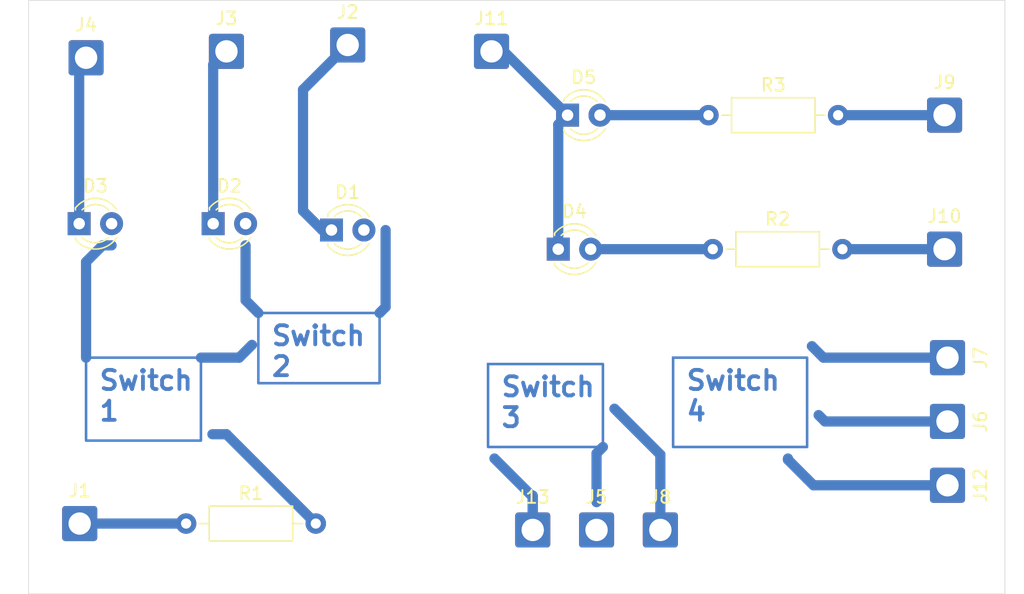
<source format=kicad_pcb>
(kicad_pcb (version 20241229) (generator "pcbnew") (generator_version "9.0")
  (layers (0 "F.Cu" signal) (2 "B.Cu" signal) (13 "F.Paste" user) (15 "B.Paste" user) (5 "F.SilkS" user "F.Silkscreen") (7 "B.SilkS" user "B.Silkscreen") (1 "F.Mask" user) (3 "B.Mask" user) (25 "Edge.Cuts" user))
  (net 0 "")
  (net 1 "Net-(D1-K)")
  (net 2 "Net-(D1-A)")
  (net 3 "Net-(D2-A)")
  (net 4 "Net-(D2-K)")
  (net 5 "Net-(D3-K)")
  (net 6 "Net-(D3-A)")
  (net 7 "Net-(D4-A)")
  (net 8 "Net-(D4-K)")
  (net 9 "Net-(D5-A)")
  (net 10 "Net-(J1-Pin_1)")
  (net 11 "Net-(J5-Pin_1)")
  (net 12 "Net-(J6-Pin_1)")
  (net 13 "Net-(J7-Pin_1)")
  (net 14 "Net-(J8-Pin_1)")
  (net 15 "Net-(J9-Pin_1)")
  (net 16 "Net-(J10-Pin_1)")
  (net 17 "Net-(SW1-B)")
  (net 18 "Net-(J12-Pin_1)")
  (net 19 "Net-(J13-Pin_1)")
  (footprint "Connector_Wire:SolderWire-1sqmm_1x01_D1.4mm_OD2.7mm" (layer "F.Cu") (at 154.27 70.5)
    (property "Reference" "J10" (at 0 -2.58 0) (layer "F.SilkS"))
    (property "Value" "Conn_01x01_Pin")
    (pad "1" thru_hole roundrect (at 0 0) (size 2.75 2.75) (drill 1.75) (layers "*.Cu" "*.Mask") (roundrect_rratio 0.090909) (net 16 "Net-(J10-Pin_1)"))
  )
  (footprint "Connector_Wire:SolderWire-1sqmm_1x01_D1.4mm_OD2.7mm" (layer "F.Cu") (at 154.5 89 -90)
    (property "Reference" "J12" (at 0 -2.58 90) (layer "F.SilkS"))
    (property "Value" "Conn_01x01_Pin")
    (pad "1" thru_hole roundrect (at 0 0 270) (size 2.75 2.75) (drill 1.75) (layers "*.Cu" "*.Mask") (roundrect_rratio 0.090909) (net 18 "Net-(J12-Pin_1)"))
  )
  (footprint "Connector_Wire:SolderWire-1sqmm_1x01_D1.4mm_OD2.7mm" (layer "F.Cu") (at 154.5 79 -90)
    (property "Reference" "J7" (at 0 -2.58 90) (layer "F.SilkS"))
    (property "Value" "Conn_01x01_Pin")
    (pad "1" thru_hole roundrect (at 0 0 270) (size 2.75 2.75) (drill 1.75) (layers "*.Cu" "*.Mask") (roundrect_rratio 0.090909) (net 13 "Net-(J7-Pin_1)"))
  )
  (footprint "LED_THT:LED_D3.0mm" (layer "F.Cu") (at 106.23 69)
    (property "Reference" "D1" (at 1.27 -2.96 0) (layer "F.SilkS"))
    (property "Value" "LED")
    (fp_line (start -0.29 -1.236) (end -0.29 -1.08) (stroke (width 0.12)) (layer "F.SilkS"))
    (fp_line (start -0.29 1.08) (end -0.29 1.236) (stroke (width 0.12)) (layer "F.SilkS"))
    (fp_arc (start -0.29 -1.235516) (mid 1.36566 -1.987699) (end 2.941437 -1.08) (stroke (width 0.12)) (layer "F.SilkS"))
    (fp_arc (start 0.229039 -1.08) (mid 1.27 -1.5) (end 2.310961 -1.08) (stroke (width 0.12)) (layer "F.SilkS"))
    (fp_arc (start 2.310961 1.08) (mid 1.27 1.5) (end 0.229039 1.08) (stroke (width 0.12)) (layer "F.SilkS"))
    (fp_arc (start 2.941437 1.08) (mid 1.36566 1.987699) (end -0.29 1.235516) (stroke (width 0.12)) (layer "F.SilkS"))
    (pad "1" thru_hole rect (at 0 0) (size 1.8 1.8) (drill 0.9) (layers "*.Cu" "*.Mask") (net 1 "Net-(D1-K)"))
    (pad "2" thru_hole circle (at 2.54 0) (size 1.8 1.8) (drill 0.9) (layers "*.Cu" "*.Mask") (net 2 "Net-(D1-A)"))
  )
  (footprint "LED_THT:LED_D3.0mm" (layer "F.Cu") (at 124 70.5)
    (property "Reference" "D4" (at 1.27 -2.96 0) (layer "F.SilkS"))
    (property "Value" "LED")
    (fp_line (start -0.29 -1.236) (end -0.29 -1.08) (stroke (width 0.12)) (layer "F.SilkS"))
    (fp_line (start -0.29 1.08) (end -0.29 1.236) (stroke (width 0.12)) (layer "F.SilkS"))
    (fp_arc (start -0.29 -1.235516) (mid 1.36566 -1.987699) (end 2.941437 -1.08) (stroke (width 0.12)) (layer "F.SilkS"))
    (fp_arc (start 0.229039 -1.08) (mid 1.27 -1.5) (end 2.310961 -1.08) (stroke (width 0.12)) (layer "F.SilkS"))
    (fp_arc (start 2.310961 1.08) (mid 1.27 1.5) (end 0.229039 1.08) (stroke (width 0.12)) (layer "F.SilkS"))
    (fp_arc (start 2.941437 1.08) (mid 1.36566 1.987699) (end -0.29 1.235516) (stroke (width 0.12)) (layer "F.SilkS"))
    (pad "1" thru_hole rect (at 0 0) (size 1.8 1.8) (drill 0.9) (layers "*.Cu" "*.Mask") (net 8 "Net-(D4-K)"))
    (pad "2" thru_hole circle (at 2.54 0) (size 1.8 1.8) (drill 0.9) (layers "*.Cu" "*.Mask") (net 7 "Net-(D4-A)"))
  )
  (footprint "Connector_Wire:SolderWire-1sqmm_1x01_D1.4mm_OD2.7mm" (layer "F.Cu") (at 154.5 84 -90)
    (property "Reference" "J6" (at 0 -2.58 90) (layer "F.SilkS"))
    (property "Value" "Conn_01x01_Pin")
    (pad "1" thru_hole roundrect (at 0 0 270) (size 2.75 2.75) (drill 1.75) (layers "*.Cu" "*.Mask") (roundrect_rratio 0.090909) (net 12 "Net-(J6-Pin_1)"))
  )
  (footprint "Connector_Wire:SolderWire-1sqmm_1x01_D1.4mm_OD2.7mm" (layer "F.Cu") (at 132 92.5)
    (property "Reference" "J8" (at 0 -2.58 0) (layer "F.SilkS"))
    (property "Value" "Conn_01x01_Pin")
    (pad "1" thru_hole roundrect (at 0 0) (size 2.75 2.75) (drill 1.75) (layers "*.Cu" "*.Mask") (roundrect_rratio 0.090909) (net 14 "Net-(J8-Pin_1)"))
  )
  (footprint "Connector_Wire:SolderWire-1sqmm_1x01_D1.4mm_OD2.7mm" (layer "F.Cu") (at 86.5 92)
    (property "Reference" "J1" (at 0 -2.58 0) (layer "F.SilkS"))
    (property "Value" "Conn_01x01_Pin")
    (pad "1" thru_hole roundrect (at 0 0) (size 2.75 2.75) (drill 1.75) (layers "*.Cu" "*.Mask") (roundrect_rratio 0.090909) (net 10 "Net-(J1-Pin_1)"))
  )
  (footprint "LED_THT:LED_D3.0mm" (layer "F.Cu") (at 86.46 68.5)
    (property "Reference" "D3" (at 1.27 -2.96 0) (layer "F.SilkS"))
    (property "Value" "LED")
    (fp_line (start -0.29 -1.236) (end -0.29 -1.08) (stroke (width 0.12)) (layer "F.SilkS"))
    (fp_line (start -0.29 1.08) (end -0.29 1.236) (stroke (width 0.12)) (layer "F.SilkS"))
    (fp_arc (start -0.29 -1.235516) (mid 1.36566 -1.987699) (end 2.941437 -1.08) (stroke (width 0.12)) (layer "F.SilkS"))
    (fp_arc (start 0.229039 -1.08) (mid 1.27 -1.5) (end 2.310961 -1.08) (stroke (width 0.12)) (layer "F.SilkS"))
    (fp_arc (start 2.310961 1.08) (mid 1.27 1.5) (end 0.229039 1.08) (stroke (width 0.12)) (layer "F.SilkS"))
    (fp_arc (start 2.941437 1.08) (mid 1.36566 1.987699) (end -0.29 1.235516) (stroke (width 0.12)) (layer "F.SilkS"))
    (pad "1" thru_hole rect (at 0 0) (size 1.8 1.8) (drill 0.9) (layers "*.Cu" "*.Mask") (net 5 "Net-(D3-K)"))
    (pad "2" thru_hole circle (at 2.54 0) (size 1.8 1.8) (drill 0.9) (layers "*.Cu" "*.Mask") (net 6 "Net-(D3-A)"))
  )
  (footprint "Connector_Wire:SolderWire-1sqmm_1x01_D1.4mm_OD2.7mm" (layer "F.Cu") (at 127 92.5)
    (property "Reference" "J5" (at 0 -2.58 0) (layer "F.SilkS"))
    (property "Value" "Conn_01x01_Pin")
    (pad "1" thru_hole roundrect (at 0 0) (size 2.75 2.75) (drill 1.75) (layers "*.Cu" "*.Mask") (roundrect_rratio 0.090909) (net 11 "Net-(J5-Pin_1)"))
  )
  (footprint "Resistor_THT:R_Axial_DIN0207_L6.3mm_D2.5mm_P10.16mm_Horizontal" (layer "F.Cu") (at 136.11 70.5)
    (property "Reference" "R2" (at 5.08 -2.37 0) (layer "F.SilkS"))
    (property "Value" "35")
    (fp_line (start 1.04 0) (end 1.81 0) (stroke (width 0.12)) (layer "F.SilkS"))
    (fp_line (start 9.12 0) (end 8.35 0) (stroke (width 0.12)) (layer "F.SilkS"))
    (fp_rect (start 1.81 -1.37) (end 8.35 1.37) (stroke (width 0.12)) (fill no) (layer "F.SilkS"))
    (pad "1" thru_hole circle (at 0 0) (size 1.6 1.6) (drill 0.8) (layers "*.Cu" "*.Mask") (net 7 "Net-(D4-A)"))
    (pad "2" thru_hole circle (at 10.16 0) (size 1.6 1.6) (drill 0.8) (layers "*.Cu" "*.Mask") (net 16 "Net-(J10-Pin_1)"))
  )
  (footprint "Connector_Wire:SolderWire-1sqmm_1x01_D1.4mm_OD2.7mm" (layer "F.Cu") (at 98 55)
    (property "Reference" "J3" (at 0 -2.58 0) (layer "F.SilkS"))
    (property "Value" "Conn_01x01_Pin")
    (pad "1" thru_hole roundrect (at 0 0) (size 2.75 2.75) (drill 1.75) (layers "*.Cu" "*.Mask") (roundrect_rratio 0.090909) (net 4 "Net-(D2-K)"))
  )
  (footprint "Connector_Wire:SolderWire-1sqmm_1x01_D1.4mm_OD2.7mm" (layer "F.Cu") (at 122 92.5)
    (property "Reference" "J13" (at 0 -2.58 0) (layer "F.SilkS"))
    (property "Value" "Conn_01x01_Pin")
    (pad "1" thru_hole roundrect (at 0 0) (size 2.75 2.75) (drill 1.75) (layers "*.Cu" "*.Mask") (roundrect_rratio 0.090909) (net 19 "Net-(J13-Pin_1)"))
  )
  (footprint "Connector_Wire:SolderWire-1sqmm_1x01_D1.4mm_OD2.7mm" (layer "F.Cu") (at 87 55.5)
    (property "Reference" "J4" (at 0 -2.58 0) (layer "F.SilkS"))
    (property "Value" "Conn_01x01_Pin")
    (pad "1" thru_hole roundrect (at 0 0) (size 2.75 2.75) (drill 1.75) (layers "*.Cu" "*.Mask") (roundrect_rratio 0.090909) (net 5 "Net-(D3-K)"))
  )
  (footprint "Connector_Wire:SolderWire-1sqmm_1x01_D1.4mm_OD2.7mm" (layer "F.Cu") (at 107.5 54.5)
    (property "Reference" "J2" (at 0 -2.58 0) (layer "F.SilkS"))
    (property "Value" "Conn_01x01_Pin")
    (pad "1" thru_hole roundrect (at 0 0) (size 2.75 2.75) (drill 1.75) (layers "*.Cu" "*.Mask") (roundrect_rratio 0.090909) (net 1 "Net-(D1-K)"))
  )
  (footprint "LED_THT:LED_D3.0mm" (layer "F.Cu") (at 96.96 68.5)
    (property "Reference" "D2" (at 1.27 -2.96 0) (layer "F.SilkS"))
    (property "Value" "LED")
    (fp_line (start -0.29 -1.236) (end -0.29 -1.08) (stroke (width 0.12)) (layer "F.SilkS"))
    (fp_line (start -0.29 1.08) (end -0.29 1.236) (stroke (width 0.12)) (layer "F.SilkS"))
    (fp_arc (start -0.29 -1.235516) (mid 1.36566 -1.987699) (end 2.941437 -1.08) (stroke (width 0.12)) (layer "F.SilkS"))
    (fp_arc (start 0.229039 -1.08) (mid 1.27 -1.5) (end 2.310961 -1.08) (stroke (width 0.12)) (layer "F.SilkS"))
    (fp_arc (start 2.310961 1.08) (mid 1.27 1.5) (end 0.229039 1.08) (stroke (width 0.12)) (layer "F.SilkS"))
    (fp_arc (start 2.941437 1.08) (mid 1.36566 1.987699) (end -0.29 1.235516) (stroke (width 0.12)) (layer "F.SilkS"))
    (pad "1" thru_hole rect (at 0 0) (size 1.8 1.8) (drill 0.9) (layers "*.Cu" "*.Mask") (net 4 "Net-(D2-K)"))
    (pad "2" thru_hole circle (at 2.54 0) (size 1.8 1.8) (drill 0.9) (layers "*.Cu" "*.Mask") (net 3 "Net-(D2-A)"))
  )
  (footprint "Connector_Wire:SolderWire-1sqmm_1x01_D1.4mm_OD2.7mm" (layer "F.Cu") (at 154.27 60)
    (property "Reference" "J9" (at 0 -2.58 0) (layer "F.SilkS"))
    (property "Value" "Conn_01x01_Pin")
    (pad "1" thru_hole roundrect (at 0 0) (size 2.75 2.75) (drill 1.75) (layers "*.Cu" "*.Mask") (roundrect_rratio 0.090909) (net 15 "Net-(J9-Pin_1)"))
  )
  (footprint "Connector_Wire:SolderWire-1sqmm_1x01_D1.4mm_OD2.7mm" (layer "F.Cu") (at 118.77 55)
    (property "Reference" "J11" (at 0 -2.58 0) (layer "F.SilkS"))
    (property "Value" "Conn_01x01_Pin")
    (pad "1" thru_hole roundrect (at 0 0) (size 2.75 2.75) (drill 1.75) (layers "*.Cu" "*.Mask") (roundrect_rratio 0.090909) (net 8 "Net-(D4-K)"))
  )
  (footprint "Resistor_THT:R_Axial_DIN0207_L6.3mm_D2.5mm_P10.16mm_Horizontal" (layer "F.Cu") (at 135.77 60)
    (property "Reference" "R3" (at 5.08 -2.37 0) (layer "F.SilkS"))
    (property "Value" "35")
    (fp_line (start 1.04 0) (end 1.81 0) (stroke (width 0.12)) (layer "F.SilkS"))
    (fp_line (start 9.12 0) (end 8.35 0) (stroke (width 0.12)) (layer "F.SilkS"))
    (fp_rect (start 1.81 -1.37) (end 8.35 1.37) (stroke (width 0.12)) (fill no) (layer "F.SilkS"))
    (pad "1" thru_hole circle (at 0 0) (size 1.6 1.6) (drill 0.8) (layers "*.Cu" "*.Mask") (net 9 "Net-(D5-A)"))
    (pad "2" thru_hole circle (at 10.16 0) (size 1.6 1.6) (drill 0.8) (layers "*.Cu" "*.Mask") (net 15 "Net-(J9-Pin_1)"))
  )
  (footprint "Resistor_THT:R_Axial_DIN0207_L6.3mm_D2.5mm_P10.16mm_Horizontal" (layer "F.Cu") (at 94.84 92)
    (property "Reference" "R1" (at 5.08 -2.37 0) (layer "F.SilkS"))
    (property "Value" "35")
    (fp_line (start 1.04 0) (end 1.81 0) (stroke (width 0.12)) (layer "F.SilkS"))
    (fp_line (start 9.12 0) (end 8.35 0) (stroke (width 0.12)) (layer "F.SilkS"))
    (fp_rect (start 1.81 -1.37) (end 8.35 1.37) (stroke (width 0.12)) (fill no) (layer "F.SilkS"))
    (pad "1" thru_hole circle (at 0 0) (size 1.6 1.6) (drill 0.8) (layers "*.Cu" "*.Mask") (net 10 "Net-(J1-Pin_1)"))
    (pad "2" thru_hole circle (at 10.16 0) (size 1.6 1.6) (drill 0.8) (layers "*.Cu" "*.Mask") (net 17 "Net-(SW1-B)"))
  )
  (footprint "LED_THT:LED_D3.0mm" (layer "F.Cu") (at 124.73 60)
    (property "Reference" "D5" (at 1.27 -2.96 0) (layer "F.SilkS"))
    (property "Value" "LED")
    (fp_line (start -0.29 -1.236) (end -0.29 -1.08) (stroke (width 0.12)) (layer "F.SilkS"))
    (fp_line (start -0.29 1.08) (end -0.29 1.236) (stroke (width 0.12)) (layer "F.SilkS"))
    (fp_arc (start -0.29 -1.235516) (mid 1.36566 -1.987699) (end 2.941437 -1.08) (stroke (width 0.12)) (layer "F.SilkS"))
    (fp_arc (start 0.229039 -1.08) (mid 1.27 -1.5) (end 2.310961 -1.08) (stroke (width 0.12)) (layer "F.SilkS"))
    (fp_arc (start 2.310961 1.08) (mid 1.27 1.5) (end 0.229039 1.08) (stroke (width 0.12)) (layer "F.SilkS"))
    (fp_arc (start 2.941437 1.08) (mid 1.36566 1.987699) (end -0.29 1.235516) (stroke (width 0.12)) (layer "F.SilkS"))
    (pad "1" thru_hole rect (at 0 0) (size 1.8 1.8) (drill 0.9) (layers "*.Cu" "*.Mask") (net 8 "Net-(D4-K)"))
    (pad "2" thru_hole circle (at 2.54 0) (size 1.8 1.8) (drill 0.9) (layers "*.Cu" "*.Mask") (net 9 "Net-(D5-A)"))
  )
  (gr_rect (start 82.5 51) (end 159 97.5) (stroke (width 0.05)) (fill no) (layer "Edge.Cuts"))
  (gr_text_box "Switch 4 " (start 133 79) (end 143.5 86) (margins 1.0025 1.0025 1.0025 1.0025) (layer "B.Cu") (effects (font (size 1.5 1.5) (thickness 0.3) (bold yes)) (justify left top)) (border yes) (stroke (width 0.2)))
  (gr_text_box "Switch 2 " (start 100.5 75.5) (end 110 81) (margins 1.0025 1.0025 1.0025 1.0025) (layer "B.Cu") (effects (font (size 1.5 1.5) (thickness 0.3) (bold yes)) (justify left top)) (border yes) (stroke (width 0.2)))
  (gr_text_box "Switch 1 " (start 87 79) (end 96 85.5) (margins 1.0025 1.0025 1.0025 1.0025) (layer "B.Cu") (effects (font (size 1.5 1.5) (thickness 0.3) (bold yes)) (justify left top)) (border yes) (stroke (width 0.2)))
  (gr_text_box "Switch 3 " (start 118.5 79.5) (end 127.5 86) (margins 1.0025 1.0025 1.0025 1.0025) (layer "B.Cu") (effects (font (size 1.5 1.5) (thickness 0.3) (bold yes)) (justify left top)) (border yes) (stroke (width 0.2)))
  (segment (start 88.295422 70.201) (end 89 70.201) (width 0.8) (layer "B.Cu") (net 0))
  (segment (start 99.5 74.5) (end 99.5 70.201) (width 0.8) (layer "B.Cu") (net 0))
  (segment (start 100.5 75.5) (end 99.5 74.5) (width 0.8) (layer "B.Cu") (net 0))
  (segment (start 87 79) (end 87 71.496422) (width 0.8) (layer "B.Cu") (net 0))
  (segment (start 99 79) (end 100 78) (width 0.8) (layer "B.Cu") (net 0))
  (segment (start 127 86.5) (end 127 90.324) (width 0.8) (layer "B.Cu") (net 0))
  (segment (start 127.5 86) (end 127 86.5) (width 0.8) (layer "B.Cu") (net 0))
  (segment (start 110.471 75.029) (end 110.471 69) (width 0.8) (layer "B.Cu") (net 0))
  (segment (start 87 71.496422) (end 88.295422 70.201) (width 0.8) (layer "B.Cu") (net 0))
  (segment (start 96 79) (end 99 79) (width 0.8) (layer "B.Cu") (net 0))
  (segment (start 110 75.5) (end 110.471 75.029) (width 0.8) (layer "B.Cu") (net 0))
  (segment (start 104 58) (end 107.5 54.5) (width 0.8) (layer "B.Cu") (net 1))
  (segment (start 105.5 69) (end 104 67.5) (width 0.8) (layer "B.Cu") (net 1))
  (segment (start 106.23 69) (end 105.5 69) (width 0.8) (layer "B.Cu") (net 1))
  (segment (start 104 67.5) (end 104 58) (width 0.8) (layer "B.Cu") (net 1))
  (segment (start 96.96 56.04) (end 98 55) (width 0.8) (layer "B.Cu") (net 4))
  (segment (start 96.96 68.5) (end 96.96 56.04) (width 0.8) (layer "B.Cu") (net 4))
  (segment (start 86.46 56.04) (end 87 55.5) (width 0.8) (layer "B.Cu") (net 5))
  (segment (start 86.46 68.5) (end 86.46 56.04) (width 0.8) (layer "B.Cu") (net 5))
  (segment (start 136.11 70.5) (end 126.54 70.5) (width 0.8) (layer "B.Cu") (net 7))
  (segment (start 124 60.73) (end 124.73 60) (width 0.8) (layer "B.Cu") (net 8))
  (segment (start 124.73 60) (end 119.73 55) (width 0.8) (layer "B.Cu") (net 8))
  (segment (start 124 70.5) (end 124 60.73) (width 0.8) (layer "B.Cu") (net 8))
  (segment (start 119.73 55) (end 118.77 55) (width 0.8) (layer "B.Cu") (net 8))
  (segment (start 135.77 60) (end 127.27 60) (width 0.8) (layer "B.Cu") (net 9))
  (segment (start 86.5 92) (end 94.84 92) (width 0.8) (layer "B.Cu") (net 10))
  (segment (start 154.5 84) (end 144.901 84) (width 0.8) (layer "B.Cu") (net 12))
  (segment (start 144.901 84) (end 144.401 83.5) (width 0.8) (layer "B.Cu") (net 12))
  (segment (start 154.5 79) (end 144.774206 79) (width 0.8) (layer "B.Cu") (net 13))
  (segment (start 144.774206 79) (end 143.873206 78.099) (width 0.8) (layer "B.Cu") (net 13))
  (segment (start 132 92.5) (end 132 86.599) (width 0.8) (layer "B.Cu") (net 14))
  (segment (start 132 86.599) (end 128.401 83) (width 0.8) (layer "B.Cu") (net 14))
  (segment (start 154.27 60) (end 145.93 60) (width 0.8) (layer "B.Cu") (net 15))
  (segment (start 154.27 70.5) (end 146.27 70.5) (width 0.8) (layer "B.Cu") (net 16))
  (segment (start 98 85) (end 96.901 85) (width 0.8) (layer "B.Cu") (net 17))
  (segment (start 105 92) (end 98 85) (width 0.8) (layer "B.Cu") (net 17))
  (segment (start 144 89) (end 143.5 88.5) (width 0.8) (layer "B.Cu") (net 18))
  (segment (start 142 87) (end 142 86.901) (width 0.8) (layer "B.Cu") (net 18))
  (segment (start 154.5 89) (end 144 89) (width 0.8) (layer "B.Cu") (net 18))
  (segment (start 143.5 88.5) (end 142 87) (width 0.8) (layer "B.Cu") (net 18))
  (segment (start 122 92.5) (end 122 89.901) (width 0.8) (layer "B.Cu") (net 19))
  (segment (start 122 89.901) (end 119 86.901) (width 0.8) (layer "B.Cu") (net 19))
  (segment (start 122 92.5) (end 122 89.8) (width 0.8) (layer "B.Cu") (net 19))
)
</source>
